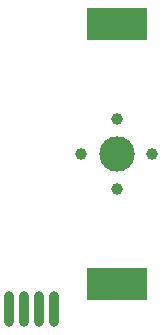
<source format=gbr>
G04 #@! TF.GenerationSoftware,KiCad,Pcbnew,5.1.4-e60b266~84~ubuntu16.04.1*
G04 #@! TF.CreationDate,2019-11-09T12:49:13+01:00*
G04 #@! TF.ProjectId,MiniVarioL0,4d696e69-5661-4726-996f-4c302e6b6963,v1.0.0*
G04 #@! TF.SameCoordinates,PX84157a0PY7270e00*
G04 #@! TF.FileFunction,Paste,Bot*
G04 #@! TF.FilePolarity,Positive*
%FSLAX46Y46*%
G04 Gerber Fmt 4.6, Leading zero omitted, Abs format (unit mm)*
G04 Created by KiCad (PCBNEW 5.1.4-e60b266~84~ubuntu16.04.1) date 2019-11-09 12:49:13*
%MOMM*%
%LPD*%
G04 APERTURE LIST*
%ADD10R,5.080000X2.790000*%
%ADD11C,3.000000*%
%ADD12C,1.000000*%
%ADD13O,0.800000X3.000000*%
G04 APERTURE END LIST*
D10*
X10000000Y4000000D03*
X10000000Y25970000D03*
D11*
X10000000Y14985000D03*
D12*
X10000000Y12000000D03*
X7000000Y15000000D03*
X13000000Y15000000D03*
X10000000Y17950000D03*
D13*
X845000Y1850000D03*
X2115000Y1850000D03*
X3385000Y1850000D03*
X4655000Y1850000D03*
M02*

</source>
